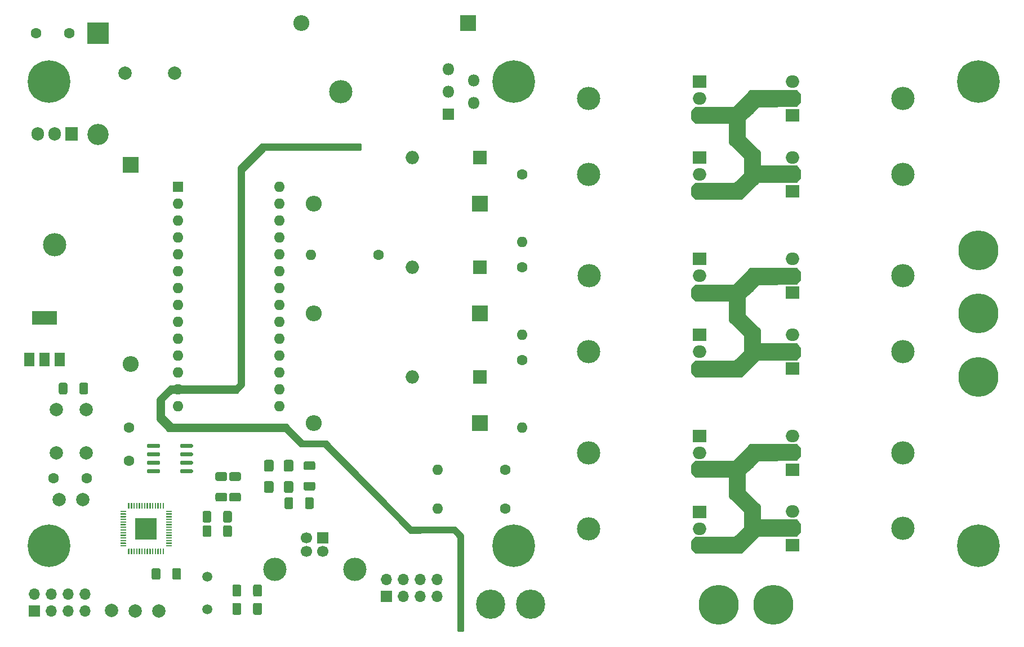
<source format=gbr>
%TF.GenerationSoftware,KiCad,Pcbnew,5.1.9+dfsg1-1+deb11u1*%
%TF.CreationDate,2023-02-15T16:28:34+00:00*%
%TF.ProjectId,bao-board,62616f2d-626f-4617-9264-2e6b69636164,rev?*%
%TF.SameCoordinates,Original*%
%TF.FileFunction,Soldermask,Top*%
%TF.FilePolarity,Negative*%
%FSLAX46Y46*%
G04 Gerber Fmt 4.6, Leading zero omitted, Abs format (unit mm)*
G04 Created by KiCad (PCBNEW 5.1.9+dfsg1-1+deb11u1) date 2023-02-15 16:28:34*
%MOMM*%
%LPD*%
G01*
G04 APERTURE LIST*
%ADD10R,2.400000X2.400000*%
%ADD11O,2.400000X2.400000*%
%ADD12O,2.000000X1.905000*%
%ADD13R,2.000000X1.905000*%
%ADD14O,3.500000X3.500000*%
%ADD15C,1.500000*%
%ADD16C,2.000000*%
%ADD17R,3.200000X3.200000*%
%ADD18O,1.700000X1.700000*%
%ADD19R,1.700000X1.700000*%
%ADD20C,1.600000*%
%ADD21C,0.800000*%
%ADD22C,6.400000*%
%ADD23R,1.500000X2.000000*%
%ADD24R,3.800000X2.000000*%
%ADD25C,3.500000*%
%ADD26C,1.700000*%
%ADD27C,6.000000*%
%ADD28O,1.600000X1.600000*%
%ADD29O,2.000000X2.000000*%
%ADD30R,2.000000X2.000000*%
%ADD31R,1.600000X1.600000*%
%ADD32O,3.200000X3.200000*%
%ADD33R,1.800000X1.800000*%
%ADD34O,1.800000X1.800000*%
%ADD35C,0.700000*%
%ADD36C,4.400000*%
%ADD37R,1.905000X2.000000*%
%ADD38O,1.905000X2.000000*%
%ADD39C,0.254000*%
%ADD40C,0.100000*%
G04 APERTURE END LIST*
D10*
%TO.C,C3*%
X139065000Y-109855000D03*
D11*
X114065000Y-109855000D03*
%TD*%
D10*
%TO.C,C2*%
X139065000Y-93345000D03*
D11*
X114065000Y-93345000D03*
%TD*%
D10*
%TO.C,C1*%
X139065000Y-76835000D03*
D11*
X114065000Y-76835000D03*
%TD*%
%TO.C,C10*%
X86550000Y-100950000D03*
D10*
X86550000Y-70950000D03*
%TD*%
D12*
%TO.C,Q12*%
X186029600Y-111760000D03*
X186029600Y-114300000D03*
D13*
X186029600Y-116840000D03*
D14*
X202689600Y-114300000D03*
%TD*%
D12*
%TO.C,Q11*%
X186029600Y-123164600D03*
X186029600Y-125704600D03*
D13*
X186029600Y-128244600D03*
D14*
X202689600Y-125704600D03*
%TD*%
D12*
%TO.C,Q10*%
X172110400Y-116840000D03*
X172110400Y-114300000D03*
D13*
X172110400Y-111760000D03*
D14*
X155450400Y-114300000D03*
%TD*%
D12*
%TO.C,Q9*%
X172108000Y-128270000D03*
X172108000Y-125730000D03*
D13*
X172108000Y-123190000D03*
D14*
X155448000Y-125730000D03*
%TD*%
D12*
%TO.C,Q8*%
X186029600Y-85090000D03*
X186029600Y-87630000D03*
D13*
X186029600Y-90170000D03*
D14*
X202689600Y-87630000D03*
%TD*%
D12*
%TO.C,Q7*%
X186029600Y-96520000D03*
X186029600Y-99060000D03*
D13*
X186029600Y-101600000D03*
D14*
X202689600Y-99060000D03*
%TD*%
D12*
%TO.C,Q6*%
X172133400Y-90170000D03*
X172133400Y-87630000D03*
D13*
X172133400Y-85090000D03*
D14*
X155473400Y-87630000D03*
%TD*%
D12*
%TO.C,Q5*%
X172110400Y-101600000D03*
X172110400Y-99060000D03*
D13*
X172110400Y-96520000D03*
D14*
X155450400Y-99060000D03*
%TD*%
D12*
%TO.C,Q4*%
X186029600Y-58420000D03*
X186029600Y-60960000D03*
D13*
X186029600Y-63500000D03*
D14*
X202689600Y-60960000D03*
%TD*%
D12*
%TO.C,Q3*%
X186029600Y-69850000D03*
X186029600Y-72390000D03*
D13*
X186029600Y-74930000D03*
D14*
X202689600Y-72390000D03*
%TD*%
D12*
%TO.C,Q2*%
X172110400Y-63500000D03*
X172110400Y-60960000D03*
D13*
X172110400Y-58420000D03*
D14*
X155450400Y-60960000D03*
%TD*%
D12*
%TO.C,Q1*%
X172110400Y-74930000D03*
X172110400Y-72390000D03*
D13*
X172110400Y-69850000D03*
D14*
X155450400Y-72390000D03*
%TD*%
D15*
%TO.C,Y1*%
X98100000Y-137880000D03*
X98100000Y-133000000D03*
%TD*%
D16*
%TO.C,SW1*%
X75438000Y-107800000D03*
X79938000Y-107800000D03*
X75438000Y-114300000D03*
X79938000Y-114300000D03*
%TD*%
%TO.C,R14*%
G36*
G01*
X91050000Y-131924999D02*
X91050000Y-133175001D01*
G75*
G02*
X90800001Y-133425000I-249999J0D01*
G01*
X89999999Y-133425000D01*
G75*
G02*
X89750000Y-133175001I0J249999D01*
G01*
X89750000Y-131924999D01*
G75*
G02*
X89999999Y-131675000I249999J0D01*
G01*
X90800001Y-131675000D01*
G75*
G02*
X91050000Y-131924999I0J-249999D01*
G01*
G37*
G36*
G01*
X94150000Y-131924999D02*
X94150000Y-133175001D01*
G75*
G02*
X93900001Y-133425000I-249999J0D01*
G01*
X93099999Y-133425000D01*
G75*
G02*
X92850000Y-133175001I0J249999D01*
G01*
X92850000Y-131924999D01*
G75*
G02*
X93099999Y-131675000I249999J0D01*
G01*
X93900001Y-131675000D01*
G75*
G02*
X94150000Y-131924999I0J-249999D01*
G01*
G37*
%TD*%
%TO.C,R13*%
G36*
G01*
X78878000Y-105273001D02*
X78878000Y-104022999D01*
G75*
G02*
X79127999Y-103773000I249999J0D01*
G01*
X79928001Y-103773000D01*
G75*
G02*
X80178000Y-104022999I0J-249999D01*
G01*
X80178000Y-105273001D01*
G75*
G02*
X79928001Y-105523000I-249999J0D01*
G01*
X79127999Y-105523000D01*
G75*
G02*
X78878000Y-105273001I0J249999D01*
G01*
G37*
G36*
G01*
X75778000Y-105273001D02*
X75778000Y-104022999D01*
G75*
G02*
X76027999Y-103773000I249999J0D01*
G01*
X76828001Y-103773000D01*
G75*
G02*
X77078000Y-104022999I0J-249999D01*
G01*
X77078000Y-105273001D01*
G75*
G02*
X76828001Y-105523000I-249999J0D01*
G01*
X76027999Y-105523000D01*
G75*
G02*
X75778000Y-105273001I0J249999D01*
G01*
G37*
%TD*%
%TO.C,H10*%
X79400000Y-121400000D03*
%TD*%
%TO.C,H9*%
X75800000Y-121400000D03*
%TD*%
%TO.C,C8*%
G36*
G01*
X105000000Y-138450002D02*
X105000000Y-137149998D01*
G75*
G02*
X105249998Y-136900000I249998J0D01*
G01*
X106075002Y-136900000D01*
G75*
G02*
X106325000Y-137149998I0J-249998D01*
G01*
X106325000Y-138450002D01*
G75*
G02*
X106075002Y-138700000I-249998J0D01*
G01*
X105249998Y-138700000D01*
G75*
G02*
X105000000Y-138450002I0J249998D01*
G01*
G37*
G36*
G01*
X101875000Y-138450002D02*
X101875000Y-137149998D01*
G75*
G02*
X102124998Y-136900000I249998J0D01*
G01*
X102950002Y-136900000D01*
G75*
G02*
X103200000Y-137149998I0J-249998D01*
G01*
X103200000Y-138450002D01*
G75*
G02*
X102950002Y-138700000I-249998J0D01*
G01*
X102124998Y-138700000D01*
G75*
G02*
X101875000Y-138450002I0J249998D01*
G01*
G37*
%TD*%
%TO.C,C7*%
G36*
G01*
X105000000Y-135700002D02*
X105000000Y-134399998D01*
G75*
G02*
X105249998Y-134150000I249998J0D01*
G01*
X106075002Y-134150000D01*
G75*
G02*
X106325000Y-134399998I0J-249998D01*
G01*
X106325000Y-135700002D01*
G75*
G02*
X106075002Y-135950000I-249998J0D01*
G01*
X105249998Y-135950000D01*
G75*
G02*
X105000000Y-135700002I0J249998D01*
G01*
G37*
G36*
G01*
X101875000Y-135700002D02*
X101875000Y-134399998D01*
G75*
G02*
X102124998Y-134150000I249998J0D01*
G01*
X102950002Y-134150000D01*
G75*
G02*
X103200000Y-134399998I0J-249998D01*
G01*
X103200000Y-135700002D01*
G75*
G02*
X102950002Y-135950000I-249998J0D01*
G01*
X102124998Y-135950000D01*
G75*
G02*
X101875000Y-135700002I0J249998D01*
G01*
G37*
%TD*%
%TO.C,U2*%
G36*
G01*
X87000000Y-122680000D02*
X87000000Y-121905000D01*
G75*
G02*
X87050000Y-121855000I50000J0D01*
G01*
X87150000Y-121855000D01*
G75*
G02*
X87200000Y-121905000I0J-50000D01*
G01*
X87200000Y-122680000D01*
G75*
G02*
X87150000Y-122730000I-50000J0D01*
G01*
X87050000Y-122730000D01*
G75*
G02*
X87000000Y-122680000I0J50000D01*
G01*
G37*
G36*
G01*
X91000000Y-122680000D02*
X91000000Y-121905000D01*
G75*
G02*
X91050000Y-121855000I50000J0D01*
G01*
X91150000Y-121855000D01*
G75*
G02*
X91200000Y-121905000I0J-50000D01*
G01*
X91200000Y-122680000D01*
G75*
G02*
X91150000Y-122730000I-50000J0D01*
G01*
X91050000Y-122730000D01*
G75*
G02*
X91000000Y-122680000I0J50000D01*
G01*
G37*
G36*
G01*
X88600000Y-129555000D02*
X88600000Y-128780000D01*
G75*
G02*
X88650000Y-128730000I50000J0D01*
G01*
X88750000Y-128730000D01*
G75*
G02*
X88800000Y-128780000I0J-50000D01*
G01*
X88800000Y-129555000D01*
G75*
G02*
X88750000Y-129605000I-50000J0D01*
G01*
X88650000Y-129605000D01*
G75*
G02*
X88600000Y-129555000I0J50000D01*
G01*
G37*
G36*
G01*
X85025000Y-126780000D02*
X85025000Y-126680000D01*
G75*
G02*
X85075000Y-126630000I50000J0D01*
G01*
X85850000Y-126630000D01*
G75*
G02*
X85900000Y-126680000I0J-50000D01*
G01*
X85900000Y-126780000D01*
G75*
G02*
X85850000Y-126830000I-50000J0D01*
G01*
X85075000Y-126830000D01*
G75*
G02*
X85025000Y-126780000I0J50000D01*
G01*
G37*
G36*
G01*
X85025000Y-127980000D02*
X85025000Y-127880000D01*
G75*
G02*
X85075000Y-127830000I50000J0D01*
G01*
X85850000Y-127830000D01*
G75*
G02*
X85900000Y-127880000I0J-50000D01*
G01*
X85900000Y-127980000D01*
G75*
G02*
X85850000Y-128030000I-50000J0D01*
G01*
X85075000Y-128030000D01*
G75*
G02*
X85025000Y-127980000I0J50000D01*
G01*
G37*
G36*
G01*
X90200000Y-129555000D02*
X90200000Y-128780000D01*
G75*
G02*
X90250000Y-128730000I50000J0D01*
G01*
X90350000Y-128730000D01*
G75*
G02*
X90400000Y-128780000I0J-50000D01*
G01*
X90400000Y-129555000D01*
G75*
G02*
X90350000Y-129605000I-50000J0D01*
G01*
X90250000Y-129605000D01*
G75*
G02*
X90200000Y-129555000I0J50000D01*
G01*
G37*
G36*
G01*
X85025000Y-128380000D02*
X85025000Y-128280000D01*
G75*
G02*
X85075000Y-128230000I50000J0D01*
G01*
X85850000Y-128230000D01*
G75*
G02*
X85900000Y-128280000I0J-50000D01*
G01*
X85900000Y-128380000D01*
G75*
G02*
X85850000Y-128430000I-50000J0D01*
G01*
X85075000Y-128430000D01*
G75*
G02*
X85025000Y-128380000I0J50000D01*
G01*
G37*
G36*
G01*
X86200000Y-129555000D02*
X86200000Y-128780000D01*
G75*
G02*
X86250000Y-128730000I50000J0D01*
G01*
X86350000Y-128730000D01*
G75*
G02*
X86400000Y-128780000I0J-50000D01*
G01*
X86400000Y-129555000D01*
G75*
G02*
X86350000Y-129605000I-50000J0D01*
G01*
X86250000Y-129605000D01*
G75*
G02*
X86200000Y-129555000I0J50000D01*
G01*
G37*
G36*
G01*
X91900000Y-123980000D02*
X91900000Y-123880000D01*
G75*
G02*
X91950000Y-123830000I50000J0D01*
G01*
X92725000Y-123830000D01*
G75*
G02*
X92775000Y-123880000I0J-50000D01*
G01*
X92775000Y-123980000D01*
G75*
G02*
X92725000Y-124030000I-50000J0D01*
G01*
X91950000Y-124030000D01*
G75*
G02*
X91900000Y-123980000I0J50000D01*
G01*
G37*
G36*
G01*
X89000000Y-122680000D02*
X89000000Y-121905000D01*
G75*
G02*
X89050000Y-121855000I50000J0D01*
G01*
X89150000Y-121855000D01*
G75*
G02*
X89200000Y-121905000I0J-50000D01*
G01*
X89200000Y-122680000D01*
G75*
G02*
X89150000Y-122730000I-50000J0D01*
G01*
X89050000Y-122730000D01*
G75*
G02*
X89000000Y-122680000I0J50000D01*
G01*
G37*
G36*
G01*
X91900000Y-126380000D02*
X91900000Y-126280000D01*
G75*
G02*
X91950000Y-126230000I50000J0D01*
G01*
X92725000Y-126230000D01*
G75*
G02*
X92775000Y-126280000I0J-50000D01*
G01*
X92775000Y-126380000D01*
G75*
G02*
X92725000Y-126430000I-50000J0D01*
G01*
X91950000Y-126430000D01*
G75*
G02*
X91900000Y-126380000I0J50000D01*
G01*
G37*
G36*
G01*
X91900000Y-123180000D02*
X91900000Y-123080000D01*
G75*
G02*
X91950000Y-123030000I50000J0D01*
G01*
X92725000Y-123030000D01*
G75*
G02*
X92775000Y-123080000I0J-50000D01*
G01*
X92775000Y-123180000D01*
G75*
G02*
X92725000Y-123230000I-50000J0D01*
G01*
X91950000Y-123230000D01*
G75*
G02*
X91900000Y-123180000I0J50000D01*
G01*
G37*
G36*
G01*
X87400000Y-122680000D02*
X87400000Y-121905000D01*
G75*
G02*
X87450000Y-121855000I50000J0D01*
G01*
X87550000Y-121855000D01*
G75*
G02*
X87600000Y-121905000I0J-50000D01*
G01*
X87600000Y-122680000D01*
G75*
G02*
X87550000Y-122730000I-50000J0D01*
G01*
X87450000Y-122730000D01*
G75*
G02*
X87400000Y-122680000I0J50000D01*
G01*
G37*
G36*
G01*
X86200000Y-122680000D02*
X86200000Y-121905000D01*
G75*
G02*
X86250000Y-121855000I50000J0D01*
G01*
X86350000Y-121855000D01*
G75*
G02*
X86400000Y-121905000I0J-50000D01*
G01*
X86400000Y-122680000D01*
G75*
G02*
X86350000Y-122730000I-50000J0D01*
G01*
X86250000Y-122730000D01*
G75*
G02*
X86200000Y-122680000I0J50000D01*
G01*
G37*
G36*
G01*
X87400000Y-129555000D02*
X87400000Y-128780000D01*
G75*
G02*
X87450000Y-128730000I50000J0D01*
G01*
X87550000Y-128730000D01*
G75*
G02*
X87600000Y-128780000I0J-50000D01*
G01*
X87600000Y-129555000D01*
G75*
G02*
X87550000Y-129605000I-50000J0D01*
G01*
X87450000Y-129605000D01*
G75*
G02*
X87400000Y-129555000I0J50000D01*
G01*
G37*
G36*
G01*
X91900000Y-125180000D02*
X91900000Y-125080000D01*
G75*
G02*
X91950000Y-125030000I50000J0D01*
G01*
X92725000Y-125030000D01*
G75*
G02*
X92775000Y-125080000I0J-50000D01*
G01*
X92775000Y-125180000D01*
G75*
G02*
X92725000Y-125230000I-50000J0D01*
G01*
X91950000Y-125230000D01*
G75*
G02*
X91900000Y-125180000I0J50000D01*
G01*
G37*
G36*
G01*
X91900000Y-125980000D02*
X91900000Y-125880000D01*
G75*
G02*
X91950000Y-125830000I50000J0D01*
G01*
X92725000Y-125830000D01*
G75*
G02*
X92775000Y-125880000I0J-50000D01*
G01*
X92775000Y-125980000D01*
G75*
G02*
X92725000Y-126030000I-50000J0D01*
G01*
X91950000Y-126030000D01*
G75*
G02*
X91900000Y-125980000I0J50000D01*
G01*
G37*
G36*
G01*
X90600000Y-122680000D02*
X90600000Y-121905000D01*
G75*
G02*
X90650000Y-121855000I50000J0D01*
G01*
X90750000Y-121855000D01*
G75*
G02*
X90800000Y-121905000I0J-50000D01*
G01*
X90800000Y-122680000D01*
G75*
G02*
X90750000Y-122730000I-50000J0D01*
G01*
X90650000Y-122730000D01*
G75*
G02*
X90600000Y-122680000I0J50000D01*
G01*
G37*
G36*
G01*
X91900000Y-123580000D02*
X91900000Y-123480000D01*
G75*
G02*
X91950000Y-123430000I50000J0D01*
G01*
X92725000Y-123430000D01*
G75*
G02*
X92775000Y-123480000I0J-50000D01*
G01*
X92775000Y-123580000D01*
G75*
G02*
X92725000Y-123630000I-50000J0D01*
G01*
X91950000Y-123630000D01*
G75*
G02*
X91900000Y-123580000I0J50000D01*
G01*
G37*
G36*
G01*
X87800000Y-129555000D02*
X87800000Y-128780000D01*
G75*
G02*
X87850000Y-128730000I50000J0D01*
G01*
X87950000Y-128730000D01*
G75*
G02*
X88000000Y-128780000I0J-50000D01*
G01*
X88000000Y-129555000D01*
G75*
G02*
X87950000Y-129605000I-50000J0D01*
G01*
X87850000Y-129605000D01*
G75*
G02*
X87800000Y-129555000I0J50000D01*
G01*
G37*
G36*
G01*
X85025000Y-125580000D02*
X85025000Y-125480000D01*
G75*
G02*
X85075000Y-125430000I50000J0D01*
G01*
X85850000Y-125430000D01*
G75*
G02*
X85900000Y-125480000I0J-50000D01*
G01*
X85900000Y-125580000D01*
G75*
G02*
X85850000Y-125630000I-50000J0D01*
G01*
X85075000Y-125630000D01*
G75*
G02*
X85025000Y-125580000I0J50000D01*
G01*
G37*
G36*
G01*
X91900000Y-124380000D02*
X91900000Y-124280000D01*
G75*
G02*
X91950000Y-124230000I50000J0D01*
G01*
X92725000Y-124230000D01*
G75*
G02*
X92775000Y-124280000I0J-50000D01*
G01*
X92775000Y-124380000D01*
G75*
G02*
X92725000Y-124430000I-50000J0D01*
G01*
X91950000Y-124430000D01*
G75*
G02*
X91900000Y-124380000I0J50000D01*
G01*
G37*
G36*
G01*
X91400000Y-122680000D02*
X91400000Y-121905000D01*
G75*
G02*
X91450000Y-121855000I50000J0D01*
G01*
X91550000Y-121855000D01*
G75*
G02*
X91600000Y-121905000I0J-50000D01*
G01*
X91600000Y-122680000D01*
G75*
G02*
X91550000Y-122730000I-50000J0D01*
G01*
X91450000Y-122730000D01*
G75*
G02*
X91400000Y-122680000I0J50000D01*
G01*
G37*
G36*
G01*
X85025000Y-124380000D02*
X85025000Y-124280000D01*
G75*
G02*
X85075000Y-124230000I50000J0D01*
G01*
X85850000Y-124230000D01*
G75*
G02*
X85900000Y-124280000I0J-50000D01*
G01*
X85900000Y-124380000D01*
G75*
G02*
X85850000Y-124430000I-50000J0D01*
G01*
X85075000Y-124430000D01*
G75*
G02*
X85025000Y-124380000I0J50000D01*
G01*
G37*
G36*
G01*
X91900000Y-126780000D02*
X91900000Y-126680000D01*
G75*
G02*
X91950000Y-126630000I50000J0D01*
G01*
X92725000Y-126630000D01*
G75*
G02*
X92775000Y-126680000I0J-50000D01*
G01*
X92775000Y-126780000D01*
G75*
G02*
X92725000Y-126830000I-50000J0D01*
G01*
X91950000Y-126830000D01*
G75*
G02*
X91900000Y-126780000I0J50000D01*
G01*
G37*
G36*
G01*
X86600000Y-122680000D02*
X86600000Y-121905000D01*
G75*
G02*
X86650000Y-121855000I50000J0D01*
G01*
X86750000Y-121855000D01*
G75*
G02*
X86800000Y-121905000I0J-50000D01*
G01*
X86800000Y-122680000D01*
G75*
G02*
X86750000Y-122730000I-50000J0D01*
G01*
X86650000Y-122730000D01*
G75*
G02*
X86600000Y-122680000I0J50000D01*
G01*
G37*
G36*
G01*
X85025000Y-125180000D02*
X85025000Y-125080000D01*
G75*
G02*
X85075000Y-125030000I50000J0D01*
G01*
X85850000Y-125030000D01*
G75*
G02*
X85900000Y-125080000I0J-50000D01*
G01*
X85900000Y-125180000D01*
G75*
G02*
X85850000Y-125230000I-50000J0D01*
G01*
X85075000Y-125230000D01*
G75*
G02*
X85025000Y-125180000I0J50000D01*
G01*
G37*
G36*
G01*
X88200000Y-122680000D02*
X88200000Y-121905000D01*
G75*
G02*
X88250000Y-121855000I50000J0D01*
G01*
X88350000Y-121855000D01*
G75*
G02*
X88400000Y-121905000I0J-50000D01*
G01*
X88400000Y-122680000D01*
G75*
G02*
X88350000Y-122730000I-50000J0D01*
G01*
X88250000Y-122730000D01*
G75*
G02*
X88200000Y-122680000I0J50000D01*
G01*
G37*
G36*
G01*
X85025000Y-124780000D02*
X85025000Y-124680000D01*
G75*
G02*
X85075000Y-124630000I50000J0D01*
G01*
X85850000Y-124630000D01*
G75*
G02*
X85900000Y-124680000I0J-50000D01*
G01*
X85900000Y-124780000D01*
G75*
G02*
X85850000Y-124830000I-50000J0D01*
G01*
X85075000Y-124830000D01*
G75*
G02*
X85025000Y-124780000I0J50000D01*
G01*
G37*
G36*
G01*
X85025000Y-123180000D02*
X85025000Y-123080000D01*
G75*
G02*
X85075000Y-123030000I50000J0D01*
G01*
X85850000Y-123030000D01*
G75*
G02*
X85900000Y-123080000I0J-50000D01*
G01*
X85900000Y-123180000D01*
G75*
G02*
X85850000Y-123230000I-50000J0D01*
G01*
X85075000Y-123230000D01*
G75*
G02*
X85025000Y-123180000I0J50000D01*
G01*
G37*
G36*
G01*
X87800000Y-122680000D02*
X87800000Y-121905000D01*
G75*
G02*
X87850000Y-121855000I50000J0D01*
G01*
X87950000Y-121855000D01*
G75*
G02*
X88000000Y-121905000I0J-50000D01*
G01*
X88000000Y-122680000D01*
G75*
G02*
X87950000Y-122730000I-50000J0D01*
G01*
X87850000Y-122730000D01*
G75*
G02*
X87800000Y-122680000I0J50000D01*
G01*
G37*
G36*
G01*
X91900000Y-125580000D02*
X91900000Y-125480000D01*
G75*
G02*
X91950000Y-125430000I50000J0D01*
G01*
X92725000Y-125430000D01*
G75*
G02*
X92775000Y-125480000I0J-50000D01*
G01*
X92775000Y-125580000D01*
G75*
G02*
X92725000Y-125630000I-50000J0D01*
G01*
X91950000Y-125630000D01*
G75*
G02*
X91900000Y-125580000I0J50000D01*
G01*
G37*
G36*
G01*
X90200000Y-122680000D02*
X90200000Y-121905000D01*
G75*
G02*
X90250000Y-121855000I50000J0D01*
G01*
X90350000Y-121855000D01*
G75*
G02*
X90400000Y-121905000I0J-50000D01*
G01*
X90400000Y-122680000D01*
G75*
G02*
X90350000Y-122730000I-50000J0D01*
G01*
X90250000Y-122730000D01*
G75*
G02*
X90200000Y-122680000I0J50000D01*
G01*
G37*
G36*
G01*
X87000000Y-129555000D02*
X87000000Y-128780000D01*
G75*
G02*
X87050000Y-128730000I50000J0D01*
G01*
X87150000Y-128730000D01*
G75*
G02*
X87200000Y-128780000I0J-50000D01*
G01*
X87200000Y-129555000D01*
G75*
G02*
X87150000Y-129605000I-50000J0D01*
G01*
X87050000Y-129605000D01*
G75*
G02*
X87000000Y-129555000I0J50000D01*
G01*
G37*
G36*
G01*
X85025000Y-127180000D02*
X85025000Y-127080000D01*
G75*
G02*
X85075000Y-127030000I50000J0D01*
G01*
X85850000Y-127030000D01*
G75*
G02*
X85900000Y-127080000I0J-50000D01*
G01*
X85900000Y-127180000D01*
G75*
G02*
X85850000Y-127230000I-50000J0D01*
G01*
X85075000Y-127230000D01*
G75*
G02*
X85025000Y-127180000I0J50000D01*
G01*
G37*
G36*
G01*
X91900000Y-124780000D02*
X91900000Y-124680000D01*
G75*
G02*
X91950000Y-124630000I50000J0D01*
G01*
X92725000Y-124630000D01*
G75*
G02*
X92775000Y-124680000I0J-50000D01*
G01*
X92775000Y-124780000D01*
G75*
G02*
X92725000Y-124830000I-50000J0D01*
G01*
X91950000Y-124830000D01*
G75*
G02*
X91900000Y-124780000I0J50000D01*
G01*
G37*
G36*
G01*
X85025000Y-123980000D02*
X85025000Y-123880000D01*
G75*
G02*
X85075000Y-123830000I50000J0D01*
G01*
X85850000Y-123830000D01*
G75*
G02*
X85900000Y-123880000I0J-50000D01*
G01*
X85900000Y-123980000D01*
G75*
G02*
X85850000Y-124030000I-50000J0D01*
G01*
X85075000Y-124030000D01*
G75*
G02*
X85025000Y-123980000I0J50000D01*
G01*
G37*
G36*
G01*
X91900000Y-127980000D02*
X91900000Y-127880000D01*
G75*
G02*
X91950000Y-127830000I50000J0D01*
G01*
X92725000Y-127830000D01*
G75*
G02*
X92775000Y-127880000I0J-50000D01*
G01*
X92775000Y-127980000D01*
G75*
G02*
X92725000Y-128030000I-50000J0D01*
G01*
X91950000Y-128030000D01*
G75*
G02*
X91900000Y-127980000I0J50000D01*
G01*
G37*
D17*
X88900000Y-125730000D03*
G36*
G01*
X85025000Y-123580000D02*
X85025000Y-123480000D01*
G75*
G02*
X85075000Y-123430000I50000J0D01*
G01*
X85850000Y-123430000D01*
G75*
G02*
X85900000Y-123480000I0J-50000D01*
G01*
X85900000Y-123580000D01*
G75*
G02*
X85850000Y-123630000I-50000J0D01*
G01*
X85075000Y-123630000D01*
G75*
G02*
X85025000Y-123580000I0J50000D01*
G01*
G37*
G36*
G01*
X86600000Y-129555000D02*
X86600000Y-128780000D01*
G75*
G02*
X86650000Y-128730000I50000J0D01*
G01*
X86750000Y-128730000D01*
G75*
G02*
X86800000Y-128780000I0J-50000D01*
G01*
X86800000Y-129555000D01*
G75*
G02*
X86750000Y-129605000I-50000J0D01*
G01*
X86650000Y-129605000D01*
G75*
G02*
X86600000Y-129555000I0J50000D01*
G01*
G37*
G36*
G01*
X90600000Y-129555000D02*
X90600000Y-128780000D01*
G75*
G02*
X90650000Y-128730000I50000J0D01*
G01*
X90750000Y-128730000D01*
G75*
G02*
X90800000Y-128780000I0J-50000D01*
G01*
X90800000Y-129555000D01*
G75*
G02*
X90750000Y-129605000I-50000J0D01*
G01*
X90650000Y-129605000D01*
G75*
G02*
X90600000Y-129555000I0J50000D01*
G01*
G37*
G36*
G01*
X89800000Y-129555000D02*
X89800000Y-128780000D01*
G75*
G02*
X89850000Y-128730000I50000J0D01*
G01*
X89950000Y-128730000D01*
G75*
G02*
X90000000Y-128780000I0J-50000D01*
G01*
X90000000Y-129555000D01*
G75*
G02*
X89950000Y-129605000I-50000J0D01*
G01*
X89850000Y-129605000D01*
G75*
G02*
X89800000Y-129555000I0J50000D01*
G01*
G37*
G36*
G01*
X89400000Y-129555000D02*
X89400000Y-128780000D01*
G75*
G02*
X89450000Y-128730000I50000J0D01*
G01*
X89550000Y-128730000D01*
G75*
G02*
X89600000Y-128780000I0J-50000D01*
G01*
X89600000Y-129555000D01*
G75*
G02*
X89550000Y-129605000I-50000J0D01*
G01*
X89450000Y-129605000D01*
G75*
G02*
X89400000Y-129555000I0J50000D01*
G01*
G37*
G36*
G01*
X85025000Y-125980000D02*
X85025000Y-125880000D01*
G75*
G02*
X85075000Y-125830000I50000J0D01*
G01*
X85850000Y-125830000D01*
G75*
G02*
X85900000Y-125880000I0J-50000D01*
G01*
X85900000Y-125980000D01*
G75*
G02*
X85850000Y-126030000I-50000J0D01*
G01*
X85075000Y-126030000D01*
G75*
G02*
X85025000Y-125980000I0J50000D01*
G01*
G37*
G36*
G01*
X88600000Y-122680000D02*
X88600000Y-121905000D01*
G75*
G02*
X88650000Y-121855000I50000J0D01*
G01*
X88750000Y-121855000D01*
G75*
G02*
X88800000Y-121905000I0J-50000D01*
G01*
X88800000Y-122680000D01*
G75*
G02*
X88750000Y-122730000I-50000J0D01*
G01*
X88650000Y-122730000D01*
G75*
G02*
X88600000Y-122680000I0J50000D01*
G01*
G37*
G36*
G01*
X85025000Y-127580000D02*
X85025000Y-127480000D01*
G75*
G02*
X85075000Y-127430000I50000J0D01*
G01*
X85850000Y-127430000D01*
G75*
G02*
X85900000Y-127480000I0J-50000D01*
G01*
X85900000Y-127580000D01*
G75*
G02*
X85850000Y-127630000I-50000J0D01*
G01*
X85075000Y-127630000D01*
G75*
G02*
X85025000Y-127580000I0J50000D01*
G01*
G37*
G36*
G01*
X88200000Y-129555000D02*
X88200000Y-128780000D01*
G75*
G02*
X88250000Y-128730000I50000J0D01*
G01*
X88350000Y-128730000D01*
G75*
G02*
X88400000Y-128780000I0J-50000D01*
G01*
X88400000Y-129555000D01*
G75*
G02*
X88350000Y-129605000I-50000J0D01*
G01*
X88250000Y-129605000D01*
G75*
G02*
X88200000Y-129555000I0J50000D01*
G01*
G37*
G36*
G01*
X85025000Y-126380000D02*
X85025000Y-126280000D01*
G75*
G02*
X85075000Y-126230000I50000J0D01*
G01*
X85850000Y-126230000D01*
G75*
G02*
X85900000Y-126280000I0J-50000D01*
G01*
X85900000Y-126380000D01*
G75*
G02*
X85850000Y-126430000I-50000J0D01*
G01*
X85075000Y-126430000D01*
G75*
G02*
X85025000Y-126380000I0J50000D01*
G01*
G37*
G36*
G01*
X91900000Y-127180000D02*
X91900000Y-127080000D01*
G75*
G02*
X91950000Y-127030000I50000J0D01*
G01*
X92725000Y-127030000D01*
G75*
G02*
X92775000Y-127080000I0J-50000D01*
G01*
X92775000Y-127180000D01*
G75*
G02*
X92725000Y-127230000I-50000J0D01*
G01*
X91950000Y-127230000D01*
G75*
G02*
X91900000Y-127180000I0J50000D01*
G01*
G37*
G36*
G01*
X91900000Y-127580000D02*
X91900000Y-127480000D01*
G75*
G02*
X91950000Y-127430000I50000J0D01*
G01*
X92725000Y-127430000D01*
G75*
G02*
X92775000Y-127480000I0J-50000D01*
G01*
X92775000Y-127580000D01*
G75*
G02*
X92725000Y-127630000I-50000J0D01*
G01*
X91950000Y-127630000D01*
G75*
G02*
X91900000Y-127580000I0J50000D01*
G01*
G37*
G36*
G01*
X89400000Y-122680000D02*
X89400000Y-121905000D01*
G75*
G02*
X89450000Y-121855000I50000J0D01*
G01*
X89550000Y-121855000D01*
G75*
G02*
X89600000Y-121905000I0J-50000D01*
G01*
X89600000Y-122680000D01*
G75*
G02*
X89550000Y-122730000I-50000J0D01*
G01*
X89450000Y-122730000D01*
G75*
G02*
X89400000Y-122680000I0J50000D01*
G01*
G37*
G36*
G01*
X89000000Y-129555000D02*
X89000000Y-128780000D01*
G75*
G02*
X89050000Y-128730000I50000J0D01*
G01*
X89150000Y-128730000D01*
G75*
G02*
X89200000Y-128780000I0J-50000D01*
G01*
X89200000Y-129555000D01*
G75*
G02*
X89150000Y-129605000I-50000J0D01*
G01*
X89050000Y-129605000D01*
G75*
G02*
X89000000Y-129555000I0J50000D01*
G01*
G37*
G36*
G01*
X91000000Y-129555000D02*
X91000000Y-128780000D01*
G75*
G02*
X91050000Y-128730000I50000J0D01*
G01*
X91150000Y-128730000D01*
G75*
G02*
X91200000Y-128780000I0J-50000D01*
G01*
X91200000Y-129555000D01*
G75*
G02*
X91150000Y-129605000I-50000J0D01*
G01*
X91050000Y-129605000D01*
G75*
G02*
X91000000Y-129555000I0J50000D01*
G01*
G37*
G36*
G01*
X91400000Y-129555000D02*
X91400000Y-128780000D01*
G75*
G02*
X91450000Y-128730000I50000J0D01*
G01*
X91550000Y-128730000D01*
G75*
G02*
X91600000Y-128780000I0J-50000D01*
G01*
X91600000Y-129555000D01*
G75*
G02*
X91550000Y-129605000I-50000J0D01*
G01*
X91450000Y-129605000D01*
G75*
G02*
X91400000Y-129555000I0J50000D01*
G01*
G37*
G36*
G01*
X91900000Y-128380000D02*
X91900000Y-128280000D01*
G75*
G02*
X91950000Y-128230000I50000J0D01*
G01*
X92725000Y-128230000D01*
G75*
G02*
X92775000Y-128280000I0J-50000D01*
G01*
X92775000Y-128380000D01*
G75*
G02*
X92725000Y-128430000I-50000J0D01*
G01*
X91950000Y-128430000D01*
G75*
G02*
X91900000Y-128380000I0J50000D01*
G01*
G37*
G36*
G01*
X89800000Y-122680000D02*
X89800000Y-121905000D01*
G75*
G02*
X89850000Y-121855000I50000J0D01*
G01*
X89950000Y-121855000D01*
G75*
G02*
X90000000Y-121905000I0J-50000D01*
G01*
X90000000Y-122680000D01*
G75*
G02*
X89950000Y-122730000I-50000J0D01*
G01*
X89850000Y-122730000D01*
G75*
G02*
X89800000Y-122680000I0J50000D01*
G01*
G37*
%TD*%
%TO.C,R12*%
G36*
G01*
X114075001Y-116900000D02*
X112824999Y-116900000D01*
G75*
G02*
X112575000Y-116650001I0J249999D01*
G01*
X112575000Y-115849999D01*
G75*
G02*
X112824999Y-115600000I249999J0D01*
G01*
X114075001Y-115600000D01*
G75*
G02*
X114325000Y-115849999I0J-249999D01*
G01*
X114325000Y-116650001D01*
G75*
G02*
X114075001Y-116900000I-249999J0D01*
G01*
G37*
G36*
G01*
X114075001Y-120000000D02*
X112824999Y-120000000D01*
G75*
G02*
X112575000Y-119750001I0J249999D01*
G01*
X112575000Y-118949999D01*
G75*
G02*
X112824999Y-118700000I249999J0D01*
G01*
X114075001Y-118700000D01*
G75*
G02*
X114325000Y-118949999I0J-249999D01*
G01*
X114325000Y-119750001D01*
G75*
G02*
X114075001Y-120000000I-249999J0D01*
G01*
G37*
%TD*%
%TO.C,R11*%
G36*
G01*
X112800000Y-122525001D02*
X112800000Y-121274999D01*
G75*
G02*
X113049999Y-121025000I249999J0D01*
G01*
X113850001Y-121025000D01*
G75*
G02*
X114100000Y-121274999I0J-249999D01*
G01*
X114100000Y-122525001D01*
G75*
G02*
X113850001Y-122775000I-249999J0D01*
G01*
X113049999Y-122775000D01*
G75*
G02*
X112800000Y-122525001I0J249999D01*
G01*
G37*
G36*
G01*
X109700000Y-122525001D02*
X109700000Y-121274999D01*
G75*
G02*
X109949999Y-121025000I249999J0D01*
G01*
X110750001Y-121025000D01*
G75*
G02*
X111000000Y-121274999I0J-249999D01*
G01*
X111000000Y-122525001D01*
G75*
G02*
X110750001Y-122775000I-249999J0D01*
G01*
X109949999Y-122775000D01*
G75*
G02*
X109700000Y-122525001I0J249999D01*
G01*
G37*
%TD*%
D18*
%TO.C,J3*%
X132670000Y-133360000D03*
X132670000Y-135900000D03*
X130130000Y-133360000D03*
X130130000Y-135900000D03*
X127590000Y-133360000D03*
X127590000Y-135900000D03*
X125050000Y-133360000D03*
D19*
X125050000Y-135900000D03*
%TD*%
D18*
%TO.C,J2*%
X79720000Y-135600000D03*
X79720000Y-138140000D03*
X77180000Y-135600000D03*
X77180000Y-138140000D03*
X74640000Y-135600000D03*
X74640000Y-138140000D03*
X72100000Y-135600000D03*
D19*
X72100000Y-138140000D03*
%TD*%
%TO.C,D6*%
G36*
G01*
X108057000Y-118837000D02*
X108057000Y-120087000D01*
G75*
G02*
X107807000Y-120337000I-250000J0D01*
G01*
X106882000Y-120337000D01*
G75*
G02*
X106632000Y-120087000I0J250000D01*
G01*
X106632000Y-118837000D01*
G75*
G02*
X106882000Y-118587000I250000J0D01*
G01*
X107807000Y-118587000D01*
G75*
G02*
X108057000Y-118837000I0J-250000D01*
G01*
G37*
G36*
G01*
X111032000Y-118837000D02*
X111032000Y-120087000D01*
G75*
G02*
X110782000Y-120337000I-250000J0D01*
G01*
X109857000Y-120337000D01*
G75*
G02*
X109607000Y-120087000I0J250000D01*
G01*
X109607000Y-118837000D01*
G75*
G02*
X109857000Y-118587000I250000J0D01*
G01*
X110782000Y-118587000D01*
G75*
G02*
X111032000Y-118837000I0J-250000D01*
G01*
G37*
%TD*%
%TO.C,D5*%
G36*
G01*
X108057000Y-115637000D02*
X108057000Y-116887000D01*
G75*
G02*
X107807000Y-117137000I-250000J0D01*
G01*
X106882000Y-117137000D01*
G75*
G02*
X106632000Y-116887000I0J250000D01*
G01*
X106632000Y-115637000D01*
G75*
G02*
X106882000Y-115387000I250000J0D01*
G01*
X107807000Y-115387000D01*
G75*
G02*
X108057000Y-115637000I0J-250000D01*
G01*
G37*
G36*
G01*
X111032000Y-115637000D02*
X111032000Y-116887000D01*
G75*
G02*
X110782000Y-117137000I-250000J0D01*
G01*
X109857000Y-117137000D01*
G75*
G02*
X109607000Y-116887000I0J250000D01*
G01*
X109607000Y-115637000D01*
G75*
G02*
X109857000Y-115387000I250000J0D01*
G01*
X110782000Y-115387000D01*
G75*
G02*
X111032000Y-115637000I0J-250000D01*
G01*
G37*
%TD*%
D20*
%TO.C,C6*%
X86360000Y-115490000D03*
X86360000Y-110490000D03*
%TD*%
%TO.C,R10*%
G36*
G01*
X99577999Y-120343500D02*
X100828001Y-120343500D01*
G75*
G02*
X101078000Y-120593499I0J-249999D01*
G01*
X101078000Y-121393501D01*
G75*
G02*
X100828001Y-121643500I-249999J0D01*
G01*
X99577999Y-121643500D01*
G75*
G02*
X99328000Y-121393501I0J249999D01*
G01*
X99328000Y-120593499D01*
G75*
G02*
X99577999Y-120343500I249999J0D01*
G01*
G37*
G36*
G01*
X99577999Y-117243500D02*
X100828001Y-117243500D01*
G75*
G02*
X101078000Y-117493499I0J-249999D01*
G01*
X101078000Y-118293501D01*
G75*
G02*
X100828001Y-118543500I-249999J0D01*
G01*
X99577999Y-118543500D01*
G75*
G02*
X99328000Y-118293501I0J249999D01*
G01*
X99328000Y-117493499D01*
G75*
G02*
X99577999Y-117243500I249999J0D01*
G01*
G37*
%TD*%
%TO.C,R9*%
G36*
G01*
X98698480Y-125485999D02*
X98698480Y-126736001D01*
G75*
G02*
X98448481Y-126986000I-249999J0D01*
G01*
X97648479Y-126986000D01*
G75*
G02*
X97398480Y-126736001I0J249999D01*
G01*
X97398480Y-125485999D01*
G75*
G02*
X97648479Y-125236000I249999J0D01*
G01*
X98448481Y-125236000D01*
G75*
G02*
X98698480Y-125485999I0J-249999D01*
G01*
G37*
G36*
G01*
X101798480Y-125485999D02*
X101798480Y-126736001D01*
G75*
G02*
X101548481Y-126986000I-249999J0D01*
G01*
X100748479Y-126986000D01*
G75*
G02*
X100498480Y-126736001I0J249999D01*
G01*
X100498480Y-125485999D01*
G75*
G02*
X100748479Y-125236000I249999J0D01*
G01*
X101548481Y-125236000D01*
G75*
G02*
X101798480Y-125485999I0J-249999D01*
G01*
G37*
%TD*%
%TO.C,R8*%
G36*
G01*
X102900641Y-118551120D02*
X101650639Y-118551120D01*
G75*
G02*
X101400640Y-118301121I0J249999D01*
G01*
X101400640Y-117501119D01*
G75*
G02*
X101650639Y-117251120I249999J0D01*
G01*
X102900641Y-117251120D01*
G75*
G02*
X103150640Y-117501119I0J-249999D01*
G01*
X103150640Y-118301121D01*
G75*
G02*
X102900641Y-118551120I-249999J0D01*
G01*
G37*
G36*
G01*
X102900641Y-121651120D02*
X101650639Y-121651120D01*
G75*
G02*
X101400640Y-121401121I0J249999D01*
G01*
X101400640Y-120601119D01*
G75*
G02*
X101650639Y-120351120I249999J0D01*
G01*
X102900641Y-120351120D01*
G75*
G02*
X103150640Y-120601119I0J-249999D01*
G01*
X103150640Y-121401121D01*
G75*
G02*
X102900641Y-121651120I-249999J0D01*
G01*
G37*
%TD*%
%TO.C,R7*%
G36*
G01*
X100494000Y-124569381D02*
X100494000Y-123319379D01*
G75*
G02*
X100743999Y-123069380I249999J0D01*
G01*
X101544001Y-123069380D01*
G75*
G02*
X101794000Y-123319379I0J-249999D01*
G01*
X101794000Y-124569381D01*
G75*
G02*
X101544001Y-124819380I-249999J0D01*
G01*
X100743999Y-124819380D01*
G75*
G02*
X100494000Y-124569381I0J249999D01*
G01*
G37*
G36*
G01*
X97394000Y-124569381D02*
X97394000Y-123319379D01*
G75*
G02*
X97643999Y-123069380I249999J0D01*
G01*
X98444001Y-123069380D01*
G75*
G02*
X98694000Y-123319379I0J-249999D01*
G01*
X98694000Y-124569381D01*
G75*
G02*
X98444001Y-124819380I-249999J0D01*
G01*
X97643999Y-124819380D01*
G75*
G02*
X97394000Y-124569381I0J249999D01*
G01*
G37*
%TD*%
D21*
%TO.C,REF\u002A\u002A*%
X75992056Y-56722944D03*
X74295000Y-56020000D03*
X72597944Y-56722944D03*
X71895000Y-58420000D03*
X72597944Y-60117056D03*
X74295000Y-60820000D03*
X75992056Y-60117056D03*
X76695000Y-58420000D03*
D22*
X74295000Y-58420000D03*
%TD*%
D21*
%TO.C,REF\u002A\u002A*%
X75992056Y-126572944D03*
X74295000Y-125870000D03*
X72597944Y-126572944D03*
X71895000Y-128270000D03*
X72597944Y-129967056D03*
X74295000Y-130670000D03*
X75992056Y-129967056D03*
X76695000Y-128270000D03*
D22*
X74295000Y-128270000D03*
%TD*%
D23*
%TO.C,U3*%
X71360000Y-100305000D03*
X75960000Y-100305000D03*
X73660000Y-100305000D03*
D24*
X73660000Y-94005000D03*
%TD*%
D25*
%TO.C,J1*%
X108225000Y-131829000D03*
X120265000Y-131829000D03*
D26*
X115495000Y-129119000D03*
X112995000Y-129119000D03*
X112995000Y-127119000D03*
D19*
X115495000Y-127119000D03*
%TD*%
D16*
%TO.C,H8*%
X90800000Y-138100000D03*
%TD*%
%TO.C,H7*%
X87300000Y-138100000D03*
%TD*%
%TO.C,H6*%
X83685000Y-138049000D03*
%TD*%
D20*
%TO.C,C5*%
X72400000Y-51200000D03*
X77400000Y-51200000D03*
%TD*%
%TO.C,C4*%
X75010000Y-118110000D03*
X80010000Y-118110000D03*
%TD*%
D21*
%TO.C,REF\u002A\u002A*%
X215692056Y-56722944D03*
X213995000Y-56020000D03*
X212297944Y-56722944D03*
X211595000Y-58420000D03*
X212297944Y-60117056D03*
X213995000Y-60820000D03*
X215692056Y-60117056D03*
X216395000Y-58420000D03*
D22*
X213995000Y-58420000D03*
%TD*%
D21*
%TO.C,REF\u002A\u002A*%
X215692056Y-126572944D03*
X213995000Y-125870000D03*
X212297944Y-126572944D03*
X211595000Y-128270000D03*
X212297944Y-129967056D03*
X213995000Y-130670000D03*
X215692056Y-129967056D03*
X216395000Y-128270000D03*
D22*
X213995000Y-128270000D03*
%TD*%
D21*
%TO.C,H3*%
X215585990Y-101279010D03*
X213995000Y-100620000D03*
X212404010Y-101279010D03*
X211745000Y-102870000D03*
X212404010Y-104460990D03*
X213995000Y-105120000D03*
X215585990Y-104460990D03*
X216245000Y-102870000D03*
D27*
X213995000Y-102870000D03*
%TD*%
D21*
%TO.C,H2*%
X215585990Y-91754010D03*
X213995000Y-91095000D03*
X212404010Y-91754010D03*
X211745000Y-93345000D03*
X212404010Y-94935990D03*
X213995000Y-95595000D03*
X215585990Y-94935990D03*
X216245000Y-93345000D03*
D27*
X213995000Y-93345000D03*
%TD*%
D21*
%TO.C,H1*%
X215585990Y-82229010D03*
X213995000Y-81570000D03*
X212404010Y-82229010D03*
X211745000Y-83820000D03*
X212404010Y-85410990D03*
X213995000Y-86070000D03*
X215585990Y-85410990D03*
X216245000Y-83820000D03*
D27*
X213995000Y-83820000D03*
%TD*%
D22*
%TO.C,REF\u002A\u002A*%
X144145000Y-128270000D03*
D21*
X146545000Y-128270000D03*
X145842056Y-129967056D03*
X144145000Y-130670000D03*
X142447944Y-129967056D03*
X141745000Y-128270000D03*
X142447944Y-126572944D03*
X144145000Y-125870000D03*
X145842056Y-126572944D03*
%TD*%
D22*
%TO.C,REF\u002A\u002A*%
X144145000Y-58420000D03*
D21*
X146545000Y-58420000D03*
X145842056Y-60117056D03*
X144145000Y-60820000D03*
X142447944Y-60117056D03*
X141745000Y-58420000D03*
X142447944Y-56722944D03*
X144145000Y-56020000D03*
X145842056Y-56722944D03*
%TD*%
%TO.C,H5*%
X184791980Y-135569010D03*
X183200990Y-134910000D03*
X181610000Y-135569010D03*
X180950990Y-137160000D03*
X181610000Y-138750990D03*
X183200990Y-139410000D03*
X184791980Y-138750990D03*
X185450990Y-137160000D03*
D27*
X183200990Y-137160000D03*
%TD*%
D21*
%TO.C,H4*%
X176530000Y-135569010D03*
X174939010Y-134910000D03*
X173348020Y-135569010D03*
X172689010Y-137160000D03*
X173348020Y-138750990D03*
X174939010Y-139410000D03*
X176530000Y-138750990D03*
X177189010Y-137160000D03*
D27*
X174939010Y-137160000D03*
%TD*%
D28*
%TO.C,R6*%
X132715000Y-116840000D03*
D20*
X142875000Y-116840000D03*
%TD*%
D28*
%TO.C,R5*%
X145415000Y-96520000D03*
D20*
X145415000Y-86360000D03*
%TD*%
D28*
%TO.C,R4*%
X113640000Y-84500000D03*
D20*
X123800000Y-84500000D03*
%TD*%
D28*
%TO.C,R3*%
X132715000Y-122682000D03*
D20*
X142875000Y-122682000D03*
%TD*%
D28*
%TO.C,R2*%
X145415000Y-110490000D03*
D20*
X145415000Y-100330000D03*
%TD*%
D28*
%TO.C,R1*%
X145415000Y-82550000D03*
D20*
X145415000Y-72390000D03*
%TD*%
D29*
%TO.C,D3*%
X128905000Y-102870000D03*
D30*
X139065000Y-102870000D03*
%TD*%
D29*
%TO.C,D2*%
X128905000Y-86360000D03*
D30*
X139065000Y-86360000D03*
%TD*%
D29*
%TO.C,D1*%
X128905000Y-69850000D03*
D30*
X139065000Y-69850000D03*
%TD*%
D31*
%TO.C,U1*%
X93726000Y-74295000D03*
D28*
X108966000Y-107315000D03*
X93726000Y-76835000D03*
X108966000Y-104775000D03*
X93726000Y-79375000D03*
X108966000Y-102235000D03*
X93726000Y-81915000D03*
X108966000Y-99695000D03*
X93726000Y-84455000D03*
X108966000Y-97155000D03*
X93726000Y-86995000D03*
X108966000Y-94615000D03*
X93726000Y-89535000D03*
X108966000Y-92075000D03*
X93726000Y-92075000D03*
X108966000Y-89535000D03*
X93726000Y-94615000D03*
X108966000Y-86995000D03*
X93726000Y-97155000D03*
X108966000Y-84455000D03*
X93726000Y-99695000D03*
X108966000Y-81915000D03*
X93726000Y-102235000D03*
X108966000Y-79375000D03*
X93726000Y-104775000D03*
X108966000Y-76835000D03*
X93726000Y-107315000D03*
X108966000Y-74295000D03*
%TD*%
D10*
%TO.C,C9*%
X137277000Y-49657000D03*
D11*
X112277000Y-49657000D03*
%TD*%
D17*
%TO.C,D4*%
X81661000Y-51181000D03*
D32*
X81661000Y-66421000D03*
%TD*%
D16*
%TO.C,L1*%
X85700000Y-57200000D03*
X93200000Y-57200000D03*
%TD*%
D14*
%TO.C,U4*%
X118186000Y-59973000D03*
D33*
X134366000Y-63373000D03*
D34*
X138166000Y-61673000D03*
X134366000Y-59973000D03*
X138166000Y-58273000D03*
X134366000Y-56573000D03*
%TD*%
D35*
%TO.C,H11*%
X141882726Y-135955274D03*
X140716000Y-135472000D03*
X139549274Y-135955274D03*
X139066000Y-137122000D03*
X139549274Y-138288726D03*
X140716000Y-138772000D03*
X141882726Y-138288726D03*
X142366000Y-137122000D03*
D36*
X140716000Y-137122000D03*
%TD*%
D35*
%TO.C,H13*%
X147866726Y-135955274D03*
X146700000Y-135472000D03*
X145533274Y-135955274D03*
X145050000Y-137122000D03*
X145533274Y-138288726D03*
X146700000Y-138772000D03*
X147866726Y-138288726D03*
X148350000Y-137122000D03*
D36*
X146700000Y-137122000D03*
%TD*%
%TO.C,U5*%
G36*
G01*
X89050000Y-113433500D02*
X89050000Y-113133500D01*
G75*
G02*
X89200000Y-112983500I150000J0D01*
G01*
X90850000Y-112983500D01*
G75*
G02*
X91000000Y-113133500I0J-150000D01*
G01*
X91000000Y-113433500D01*
G75*
G02*
X90850000Y-113583500I-150000J0D01*
G01*
X89200000Y-113583500D01*
G75*
G02*
X89050000Y-113433500I0J150000D01*
G01*
G37*
G36*
G01*
X89050000Y-114703500D02*
X89050000Y-114403500D01*
G75*
G02*
X89200000Y-114253500I150000J0D01*
G01*
X90850000Y-114253500D01*
G75*
G02*
X91000000Y-114403500I0J-150000D01*
G01*
X91000000Y-114703500D01*
G75*
G02*
X90850000Y-114853500I-150000J0D01*
G01*
X89200000Y-114853500D01*
G75*
G02*
X89050000Y-114703500I0J150000D01*
G01*
G37*
G36*
G01*
X89050000Y-115973500D02*
X89050000Y-115673500D01*
G75*
G02*
X89200000Y-115523500I150000J0D01*
G01*
X90850000Y-115523500D01*
G75*
G02*
X91000000Y-115673500I0J-150000D01*
G01*
X91000000Y-115973500D01*
G75*
G02*
X90850000Y-116123500I-150000J0D01*
G01*
X89200000Y-116123500D01*
G75*
G02*
X89050000Y-115973500I0J150000D01*
G01*
G37*
G36*
G01*
X89050000Y-117243500D02*
X89050000Y-116943500D01*
G75*
G02*
X89200000Y-116793500I150000J0D01*
G01*
X90850000Y-116793500D01*
G75*
G02*
X91000000Y-116943500I0J-150000D01*
G01*
X91000000Y-117243500D01*
G75*
G02*
X90850000Y-117393500I-150000J0D01*
G01*
X89200000Y-117393500D01*
G75*
G02*
X89050000Y-117243500I0J150000D01*
G01*
G37*
G36*
G01*
X94000000Y-117243500D02*
X94000000Y-116943500D01*
G75*
G02*
X94150000Y-116793500I150000J0D01*
G01*
X95800000Y-116793500D01*
G75*
G02*
X95950000Y-116943500I0J-150000D01*
G01*
X95950000Y-117243500D01*
G75*
G02*
X95800000Y-117393500I-150000J0D01*
G01*
X94150000Y-117393500D01*
G75*
G02*
X94000000Y-117243500I0J150000D01*
G01*
G37*
G36*
G01*
X94000000Y-115973500D02*
X94000000Y-115673500D01*
G75*
G02*
X94150000Y-115523500I150000J0D01*
G01*
X95800000Y-115523500D01*
G75*
G02*
X95950000Y-115673500I0J-150000D01*
G01*
X95950000Y-115973500D01*
G75*
G02*
X95800000Y-116123500I-150000J0D01*
G01*
X94150000Y-116123500D01*
G75*
G02*
X94000000Y-115973500I0J150000D01*
G01*
G37*
G36*
G01*
X94000000Y-114703500D02*
X94000000Y-114403500D01*
G75*
G02*
X94150000Y-114253500I150000J0D01*
G01*
X95800000Y-114253500D01*
G75*
G02*
X95950000Y-114403500I0J-150000D01*
G01*
X95950000Y-114703500D01*
G75*
G02*
X95800000Y-114853500I-150000J0D01*
G01*
X94150000Y-114853500D01*
G75*
G02*
X94000000Y-114703500I0J150000D01*
G01*
G37*
G36*
G01*
X94000000Y-113433500D02*
X94000000Y-113133500D01*
G75*
G02*
X94150000Y-112983500I150000J0D01*
G01*
X95800000Y-112983500D01*
G75*
G02*
X95950000Y-113133500I0J-150000D01*
G01*
X95950000Y-113433500D01*
G75*
G02*
X95800000Y-113583500I-150000J0D01*
G01*
X94150000Y-113583500D01*
G75*
G02*
X94000000Y-113433500I0J150000D01*
G01*
G37*
%TD*%
D14*
%TO.C,U6*%
X75190000Y-83010000D03*
D37*
X77730000Y-66350000D03*
D38*
X75190000Y-66350000D03*
X72650000Y-66350000D03*
%TD*%
D39*
X187198000Y-60377606D02*
X187198000Y-61542394D01*
X186636925Y-62103469D01*
X180998866Y-62153805D01*
X180974112Y-62156466D01*
X180950354Y-62163906D01*
X180928503Y-62175837D01*
X180909993Y-62191202D01*
X179946054Y-63159537D01*
X178911764Y-64158658D01*
X178895639Y-64177627D01*
X178883525Y-64199377D01*
X178875887Y-64223073D01*
X178873000Y-64250000D01*
X178873000Y-66750000D01*
X178875440Y-66774776D01*
X178882667Y-66798601D01*
X178894403Y-66820557D01*
X178910197Y-66839803D01*
X181123000Y-69052606D01*
X181123000Y-71020000D01*
X181125440Y-71044776D01*
X181132667Y-71068601D01*
X181144403Y-71090557D01*
X181160197Y-71109803D01*
X181179443Y-71125597D01*
X181201399Y-71137333D01*
X181225224Y-71144560D01*
X181250467Y-71146999D01*
X186631050Y-71127217D01*
X187198000Y-71801307D01*
X187198000Y-72972394D01*
X186637394Y-73533000D01*
X180975000Y-73533000D01*
X180950224Y-73535440D01*
X180926399Y-73542667D01*
X180904443Y-73554403D01*
X180885197Y-73570197D01*
X178382394Y-76073000D01*
X171502606Y-76073000D01*
X170942000Y-75512394D01*
X170942000Y-74347606D01*
X171502606Y-73787000D01*
X177250000Y-73787000D01*
X177274776Y-73784560D01*
X177298601Y-73777333D01*
X177320557Y-73765597D01*
X177336984Y-73752536D01*
X178836984Y-72342536D01*
X178853365Y-72323788D01*
X178865774Y-72302205D01*
X178873734Y-72278615D01*
X178877000Y-72250000D01*
X178877000Y-70000000D01*
X178874560Y-69975224D01*
X178867333Y-69951399D01*
X178855597Y-69929443D01*
X178839803Y-69910197D01*
X176627000Y-67697394D01*
X176627000Y-64760000D01*
X176624560Y-64735224D01*
X176617333Y-64711399D01*
X176605597Y-64689443D01*
X176589803Y-64670197D01*
X176570557Y-64654403D01*
X176548601Y-64642667D01*
X176524776Y-64635440D01*
X176499749Y-64633000D01*
X171502502Y-64642896D01*
X170942000Y-64082394D01*
X170942000Y-62917606D01*
X171502606Y-62357000D01*
X177165000Y-62357000D01*
X177189776Y-62354560D01*
X177213601Y-62347333D01*
X177235557Y-62335597D01*
X177254803Y-62319803D01*
X179757606Y-59817000D01*
X186637394Y-59817000D01*
X187198000Y-60377606D01*
D40*
G36*
X187198000Y-60377606D02*
G01*
X187198000Y-61542394D01*
X186636925Y-62103469D01*
X180998866Y-62153805D01*
X180974112Y-62156466D01*
X180950354Y-62163906D01*
X180928503Y-62175837D01*
X180909993Y-62191202D01*
X179946054Y-63159537D01*
X178911764Y-64158658D01*
X178895639Y-64177627D01*
X178883525Y-64199377D01*
X178875887Y-64223073D01*
X178873000Y-64250000D01*
X178873000Y-66750000D01*
X178875440Y-66774776D01*
X178882667Y-66798601D01*
X178894403Y-66820557D01*
X178910197Y-66839803D01*
X181123000Y-69052606D01*
X181123000Y-71020000D01*
X181125440Y-71044776D01*
X181132667Y-71068601D01*
X181144403Y-71090557D01*
X181160197Y-71109803D01*
X181179443Y-71125597D01*
X181201399Y-71137333D01*
X181225224Y-71144560D01*
X181250467Y-71146999D01*
X186631050Y-71127217D01*
X187198000Y-71801307D01*
X187198000Y-72972394D01*
X186637394Y-73533000D01*
X180975000Y-73533000D01*
X180950224Y-73535440D01*
X180926399Y-73542667D01*
X180904443Y-73554403D01*
X180885197Y-73570197D01*
X178382394Y-76073000D01*
X171502606Y-76073000D01*
X170942000Y-75512394D01*
X170942000Y-74347606D01*
X171502606Y-73787000D01*
X177250000Y-73787000D01*
X177274776Y-73784560D01*
X177298601Y-73777333D01*
X177320557Y-73765597D01*
X177336984Y-73752536D01*
X178836984Y-72342536D01*
X178853365Y-72323788D01*
X178865774Y-72302205D01*
X178873734Y-72278615D01*
X178877000Y-72250000D01*
X178877000Y-70000000D01*
X178874560Y-69975224D01*
X178867333Y-69951399D01*
X178855597Y-69929443D01*
X178839803Y-69910197D01*
X176627000Y-67697394D01*
X176627000Y-64760000D01*
X176624560Y-64735224D01*
X176617333Y-64711399D01*
X176605597Y-64689443D01*
X176589803Y-64670197D01*
X176570557Y-64654403D01*
X176548601Y-64642667D01*
X176524776Y-64635440D01*
X176499749Y-64633000D01*
X171502502Y-64642896D01*
X170942000Y-64082394D01*
X170942000Y-62917606D01*
X171502606Y-62357000D01*
X177165000Y-62357000D01*
X177189776Y-62354560D01*
X177213601Y-62347333D01*
X177235557Y-62335597D01*
X177254803Y-62319803D01*
X179757606Y-59817000D01*
X186637394Y-59817000D01*
X187198000Y-60377606D01*
G37*
D39*
X112429925Y-112482471D02*
X112448759Y-112498753D01*
X112470408Y-112511048D01*
X112494039Y-112518884D01*
X112522000Y-112522000D01*
X116024657Y-112522000D01*
X128687313Y-125437909D01*
X128706401Y-125453893D01*
X128728240Y-125465846D01*
X128751992Y-125473308D01*
X128778000Y-125476000D01*
X131826000Y-125476000D01*
X131826000Y-126242617D01*
X128575011Y-126363024D01*
X115660240Y-113321637D01*
X115641072Y-113305749D01*
X115619173Y-113293906D01*
X115595384Y-113286563D01*
X115570000Y-113284000D01*
X112066606Y-113284000D01*
X109817803Y-111035197D01*
X109798557Y-111019403D01*
X109776601Y-111007667D01*
X109752776Y-111000440D01*
X109728000Y-110998000D01*
X109121614Y-110998000D01*
X109096214Y-109982000D01*
X110054478Y-109982000D01*
X112429925Y-112482471D01*
D40*
G36*
X112429925Y-112482471D02*
G01*
X112448759Y-112498753D01*
X112470408Y-112511048D01*
X112494039Y-112518884D01*
X112522000Y-112522000D01*
X116024657Y-112522000D01*
X128687313Y-125437909D01*
X128706401Y-125453893D01*
X128728240Y-125465846D01*
X128751992Y-125473308D01*
X128778000Y-125476000D01*
X131826000Y-125476000D01*
X131826000Y-126242617D01*
X128575011Y-126363024D01*
X115660240Y-113321637D01*
X115641072Y-113305749D01*
X115619173Y-113293906D01*
X115595384Y-113286563D01*
X115570000Y-113284000D01*
X112066606Y-113284000D01*
X109817803Y-111035197D01*
X109798557Y-111019403D01*
X109776601Y-111007667D01*
X109752776Y-111000440D01*
X109728000Y-110998000D01*
X109121614Y-110998000D01*
X109096214Y-109982000D01*
X110054478Y-109982000D01*
X112429925Y-112482471D01*
G37*
D39*
X136525000Y-126671606D02*
X136525000Y-141097000D01*
X135763000Y-141097000D01*
X135763000Y-127000000D01*
X135760560Y-126975224D01*
X135753333Y-126951399D01*
X135741597Y-126929443D01*
X135725803Y-126910197D01*
X135090803Y-126275197D01*
X135071557Y-126259403D01*
X135049601Y-126247667D01*
X135025776Y-126240440D01*
X135001000Y-126238000D01*
X131826000Y-126238000D01*
X131826000Y-125476000D01*
X135329394Y-125476000D01*
X136525000Y-126671606D01*
D40*
G36*
X136525000Y-126671606D02*
G01*
X136525000Y-141097000D01*
X135763000Y-141097000D01*
X135763000Y-127000000D01*
X135760560Y-126975224D01*
X135753333Y-126951399D01*
X135741597Y-126929443D01*
X135725803Y-126910197D01*
X135090803Y-126275197D01*
X135071557Y-126259403D01*
X135049601Y-126247667D01*
X135025776Y-126240440D01*
X135001000Y-126238000D01*
X131826000Y-126238000D01*
X131826000Y-125476000D01*
X135329394Y-125476000D01*
X136525000Y-126671606D01*
G37*
D39*
X103632000Y-104214394D02*
X102563394Y-105283000D01*
X92800000Y-105283000D01*
X92775224Y-105285440D01*
X92751399Y-105292667D01*
X92729443Y-105304403D01*
X92710608Y-105319788D01*
X91610608Y-106409788D01*
X91594727Y-106428961D01*
X91582890Y-106450864D01*
X91575555Y-106474655D01*
X91573001Y-106499536D01*
X91567001Y-108140036D01*
X91567009Y-108141995D01*
X91573009Y-108651495D01*
X91575741Y-108676241D01*
X91583248Y-108699979D01*
X91595242Y-108721796D01*
X91610011Y-108739616D01*
X92810011Y-109944616D01*
X92829223Y-109960450D01*
X92851155Y-109972231D01*
X92874965Y-109979508D01*
X92900000Y-109982000D01*
X109093000Y-109982000D01*
X109093000Y-110998000D01*
X92202584Y-110998000D01*
X90551000Y-109347372D01*
X90551000Y-106224606D01*
X92508606Y-104267000D01*
X102362000Y-104267000D01*
X102386776Y-104264560D01*
X102410601Y-104257333D01*
X102432557Y-104245597D01*
X102451803Y-104229803D01*
X102705803Y-103975803D01*
X102721597Y-103956557D01*
X102733333Y-103934601D01*
X102740560Y-103910776D01*
X102743000Y-103886000D01*
X102743000Y-101854000D01*
X103632000Y-101854000D01*
X103632000Y-104214394D01*
D40*
G36*
X103632000Y-104214394D02*
G01*
X102563394Y-105283000D01*
X92800000Y-105283000D01*
X92775224Y-105285440D01*
X92751399Y-105292667D01*
X92729443Y-105304403D01*
X92710608Y-105319788D01*
X91610608Y-106409788D01*
X91594727Y-106428961D01*
X91582890Y-106450864D01*
X91575555Y-106474655D01*
X91573001Y-106499536D01*
X91567001Y-108140036D01*
X91567009Y-108141995D01*
X91573009Y-108651495D01*
X91575741Y-108676241D01*
X91583248Y-108699979D01*
X91595242Y-108721796D01*
X91610011Y-108739616D01*
X92810011Y-109944616D01*
X92829223Y-109960450D01*
X92851155Y-109972231D01*
X92874965Y-109979508D01*
X92900000Y-109982000D01*
X109093000Y-109982000D01*
X109093000Y-110998000D01*
X92202584Y-110998000D01*
X90551000Y-109347372D01*
X90551000Y-106224606D01*
X92508606Y-104267000D01*
X102362000Y-104267000D01*
X102386776Y-104264560D01*
X102410601Y-104257333D01*
X102432557Y-104245597D01*
X102451803Y-104229803D01*
X102705803Y-103975803D01*
X102721597Y-103956557D01*
X102733333Y-103934601D01*
X102740560Y-103910776D01*
X102743000Y-103886000D01*
X102743000Y-101854000D01*
X103632000Y-101854000D01*
X103632000Y-104214394D01*
G37*
D39*
X121158000Y-68707000D02*
X106807000Y-68707000D01*
X106782224Y-68709440D01*
X106758399Y-68716667D01*
X106736443Y-68728403D01*
X106717197Y-68744197D01*
X103669197Y-71792197D01*
X103653403Y-71811443D01*
X103641667Y-71833399D01*
X103634440Y-71857224D01*
X103632000Y-71882000D01*
X103632000Y-101854000D01*
X102743000Y-101854000D01*
X102743000Y-71299606D01*
X106224606Y-67818000D01*
X121158000Y-67818000D01*
X121158000Y-68707000D01*
D40*
G36*
X121158000Y-68707000D02*
G01*
X106807000Y-68707000D01*
X106782224Y-68709440D01*
X106758399Y-68716667D01*
X106736443Y-68728403D01*
X106717197Y-68744197D01*
X103669197Y-71792197D01*
X103653403Y-71811443D01*
X103641667Y-71833399D01*
X103634440Y-71857224D01*
X103632000Y-71882000D01*
X103632000Y-101854000D01*
X102743000Y-101854000D01*
X102743000Y-71299606D01*
X106224606Y-67818000D01*
X121158000Y-67818000D01*
X121158000Y-68707000D01*
G37*
D39*
X187198000Y-87127606D02*
X187198000Y-88292394D01*
X186636925Y-88853469D01*
X180998866Y-88903805D01*
X180974112Y-88906466D01*
X180950354Y-88913906D01*
X180928503Y-88925837D01*
X180909993Y-88941202D01*
X179946054Y-89909537D01*
X178911764Y-90908658D01*
X178895639Y-90927627D01*
X178883525Y-90949377D01*
X178875887Y-90973073D01*
X178873000Y-91000000D01*
X178873000Y-93500000D01*
X178875440Y-93524776D01*
X178882667Y-93548601D01*
X178894403Y-93570557D01*
X178910197Y-93589803D01*
X181123000Y-95802606D01*
X181123000Y-97770000D01*
X181125440Y-97794776D01*
X181132667Y-97818601D01*
X181144403Y-97840557D01*
X181160197Y-97859803D01*
X181179443Y-97875597D01*
X181201399Y-97887333D01*
X181225224Y-97894560D01*
X181250467Y-97896999D01*
X186631050Y-97877217D01*
X187198000Y-98551307D01*
X187198000Y-99722394D01*
X186637394Y-100283000D01*
X180975000Y-100283000D01*
X180950224Y-100285440D01*
X180926399Y-100292667D01*
X180904443Y-100304403D01*
X180885197Y-100320197D01*
X178382394Y-102823000D01*
X171502606Y-102823000D01*
X170942000Y-102262394D01*
X170942000Y-101097606D01*
X171502606Y-100537000D01*
X177250000Y-100537000D01*
X177274776Y-100534560D01*
X177298601Y-100527333D01*
X177320557Y-100515597D01*
X177336984Y-100502536D01*
X178836984Y-99092536D01*
X178853365Y-99073788D01*
X178865774Y-99052205D01*
X178873734Y-99028615D01*
X178877000Y-99000000D01*
X178877000Y-96750000D01*
X178874560Y-96725224D01*
X178867333Y-96701399D01*
X178855597Y-96679443D01*
X178839803Y-96660197D01*
X176627000Y-94447394D01*
X176627000Y-91510000D01*
X176624560Y-91485224D01*
X176617333Y-91461399D01*
X176605597Y-91439443D01*
X176589803Y-91420197D01*
X176570557Y-91404403D01*
X176548601Y-91392667D01*
X176524776Y-91385440D01*
X176499749Y-91383000D01*
X171502502Y-91392896D01*
X170942000Y-90832394D01*
X170942000Y-89667606D01*
X171502606Y-89107000D01*
X177165000Y-89107000D01*
X177189776Y-89104560D01*
X177213601Y-89097333D01*
X177235557Y-89085597D01*
X177254803Y-89069803D01*
X179757606Y-86567000D01*
X186637394Y-86567000D01*
X187198000Y-87127606D01*
D40*
G36*
X187198000Y-87127606D02*
G01*
X187198000Y-88292394D01*
X186636925Y-88853469D01*
X180998866Y-88903805D01*
X180974112Y-88906466D01*
X180950354Y-88913906D01*
X180928503Y-88925837D01*
X180909993Y-88941202D01*
X179946054Y-89909537D01*
X178911764Y-90908658D01*
X178895639Y-90927627D01*
X178883525Y-90949377D01*
X178875887Y-90973073D01*
X178873000Y-91000000D01*
X178873000Y-93500000D01*
X178875440Y-93524776D01*
X178882667Y-93548601D01*
X178894403Y-93570557D01*
X178910197Y-93589803D01*
X181123000Y-95802606D01*
X181123000Y-97770000D01*
X181125440Y-97794776D01*
X181132667Y-97818601D01*
X181144403Y-97840557D01*
X181160197Y-97859803D01*
X181179443Y-97875597D01*
X181201399Y-97887333D01*
X181225224Y-97894560D01*
X181250467Y-97896999D01*
X186631050Y-97877217D01*
X187198000Y-98551307D01*
X187198000Y-99722394D01*
X186637394Y-100283000D01*
X180975000Y-100283000D01*
X180950224Y-100285440D01*
X180926399Y-100292667D01*
X180904443Y-100304403D01*
X180885197Y-100320197D01*
X178382394Y-102823000D01*
X171502606Y-102823000D01*
X170942000Y-102262394D01*
X170942000Y-101097606D01*
X171502606Y-100537000D01*
X177250000Y-100537000D01*
X177274776Y-100534560D01*
X177298601Y-100527333D01*
X177320557Y-100515597D01*
X177336984Y-100502536D01*
X178836984Y-99092536D01*
X178853365Y-99073788D01*
X178865774Y-99052205D01*
X178873734Y-99028615D01*
X178877000Y-99000000D01*
X178877000Y-96750000D01*
X178874560Y-96725224D01*
X178867333Y-96701399D01*
X178855597Y-96679443D01*
X178839803Y-96660197D01*
X176627000Y-94447394D01*
X176627000Y-91510000D01*
X176624560Y-91485224D01*
X176617333Y-91461399D01*
X176605597Y-91439443D01*
X176589803Y-91420197D01*
X176570557Y-91404403D01*
X176548601Y-91392667D01*
X176524776Y-91385440D01*
X176499749Y-91383000D01*
X171502502Y-91392896D01*
X170942000Y-90832394D01*
X170942000Y-89667606D01*
X171502606Y-89107000D01*
X177165000Y-89107000D01*
X177189776Y-89104560D01*
X177213601Y-89097333D01*
X177235557Y-89085597D01*
X177254803Y-89069803D01*
X179757606Y-86567000D01*
X186637394Y-86567000D01*
X187198000Y-87127606D01*
G37*
D39*
X187198000Y-113627606D02*
X187198000Y-114792394D01*
X186636925Y-115353469D01*
X180998866Y-115403805D01*
X180974112Y-115406466D01*
X180950354Y-115413906D01*
X180928503Y-115425837D01*
X180909993Y-115441202D01*
X179946054Y-116409537D01*
X178911764Y-117408658D01*
X178895639Y-117427627D01*
X178883525Y-117449377D01*
X178875887Y-117473073D01*
X178873000Y-117500000D01*
X178873000Y-120000000D01*
X178875440Y-120024776D01*
X178882667Y-120048601D01*
X178894403Y-120070557D01*
X178910197Y-120089803D01*
X181123000Y-122302606D01*
X181123000Y-124270000D01*
X181125440Y-124294776D01*
X181132667Y-124318601D01*
X181144403Y-124340557D01*
X181160197Y-124359803D01*
X181179443Y-124375597D01*
X181201399Y-124387333D01*
X181225224Y-124394560D01*
X181250467Y-124396999D01*
X186631050Y-124377217D01*
X187198000Y-125051307D01*
X187198000Y-126222394D01*
X186637394Y-126783000D01*
X180975000Y-126783000D01*
X180950224Y-126785440D01*
X180926399Y-126792667D01*
X180904443Y-126804403D01*
X180885197Y-126820197D01*
X178382394Y-129323000D01*
X171502606Y-129323000D01*
X170942000Y-128762394D01*
X170942000Y-127597606D01*
X171502606Y-127037000D01*
X177250000Y-127037000D01*
X177274776Y-127034560D01*
X177298601Y-127027333D01*
X177320557Y-127015597D01*
X177336984Y-127002536D01*
X178836984Y-125592536D01*
X178853365Y-125573788D01*
X178865774Y-125552205D01*
X178873734Y-125528615D01*
X178877000Y-125500000D01*
X178877000Y-123250000D01*
X178874560Y-123225224D01*
X178867333Y-123201399D01*
X178855597Y-123179443D01*
X178839803Y-123160197D01*
X176627000Y-120947394D01*
X176627000Y-118010000D01*
X176624560Y-117985224D01*
X176617333Y-117961399D01*
X176605597Y-117939443D01*
X176589803Y-117920197D01*
X176570557Y-117904403D01*
X176548601Y-117892667D01*
X176524776Y-117885440D01*
X176499749Y-117883000D01*
X171502502Y-117892896D01*
X170942000Y-117332394D01*
X170942000Y-116167606D01*
X171502606Y-115607000D01*
X177165000Y-115607000D01*
X177189776Y-115604560D01*
X177213601Y-115597333D01*
X177235557Y-115585597D01*
X177254803Y-115569803D01*
X179757606Y-113067000D01*
X186637394Y-113067000D01*
X187198000Y-113627606D01*
D40*
G36*
X187198000Y-113627606D02*
G01*
X187198000Y-114792394D01*
X186636925Y-115353469D01*
X180998866Y-115403805D01*
X180974112Y-115406466D01*
X180950354Y-115413906D01*
X180928503Y-115425837D01*
X180909993Y-115441202D01*
X179946054Y-116409537D01*
X178911764Y-117408658D01*
X178895639Y-117427627D01*
X178883525Y-117449377D01*
X178875887Y-117473073D01*
X178873000Y-117500000D01*
X178873000Y-120000000D01*
X178875440Y-120024776D01*
X178882667Y-120048601D01*
X178894403Y-120070557D01*
X178910197Y-120089803D01*
X181123000Y-122302606D01*
X181123000Y-124270000D01*
X181125440Y-124294776D01*
X181132667Y-124318601D01*
X181144403Y-124340557D01*
X181160197Y-124359803D01*
X181179443Y-124375597D01*
X181201399Y-124387333D01*
X181225224Y-124394560D01*
X181250467Y-124396999D01*
X186631050Y-124377217D01*
X187198000Y-125051307D01*
X187198000Y-126222394D01*
X186637394Y-126783000D01*
X180975000Y-126783000D01*
X180950224Y-126785440D01*
X180926399Y-126792667D01*
X180904443Y-126804403D01*
X180885197Y-126820197D01*
X178382394Y-129323000D01*
X171502606Y-129323000D01*
X170942000Y-128762394D01*
X170942000Y-127597606D01*
X171502606Y-127037000D01*
X177250000Y-127037000D01*
X177274776Y-127034560D01*
X177298601Y-127027333D01*
X177320557Y-127015597D01*
X177336984Y-127002536D01*
X178836984Y-125592536D01*
X178853365Y-125573788D01*
X178865774Y-125552205D01*
X178873734Y-125528615D01*
X178877000Y-125500000D01*
X178877000Y-123250000D01*
X178874560Y-123225224D01*
X178867333Y-123201399D01*
X178855597Y-123179443D01*
X178839803Y-123160197D01*
X176627000Y-120947394D01*
X176627000Y-118010000D01*
X176624560Y-117985224D01*
X176617333Y-117961399D01*
X176605597Y-117939443D01*
X176589803Y-117920197D01*
X176570557Y-117904403D01*
X176548601Y-117892667D01*
X176524776Y-117885440D01*
X176499749Y-117883000D01*
X171502502Y-117892896D01*
X170942000Y-117332394D01*
X170942000Y-116167606D01*
X171502606Y-115607000D01*
X177165000Y-115607000D01*
X177189776Y-115604560D01*
X177213601Y-115597333D01*
X177235557Y-115585597D01*
X177254803Y-115569803D01*
X179757606Y-113067000D01*
X186637394Y-113067000D01*
X187198000Y-113627606D01*
G37*
M02*

</source>
